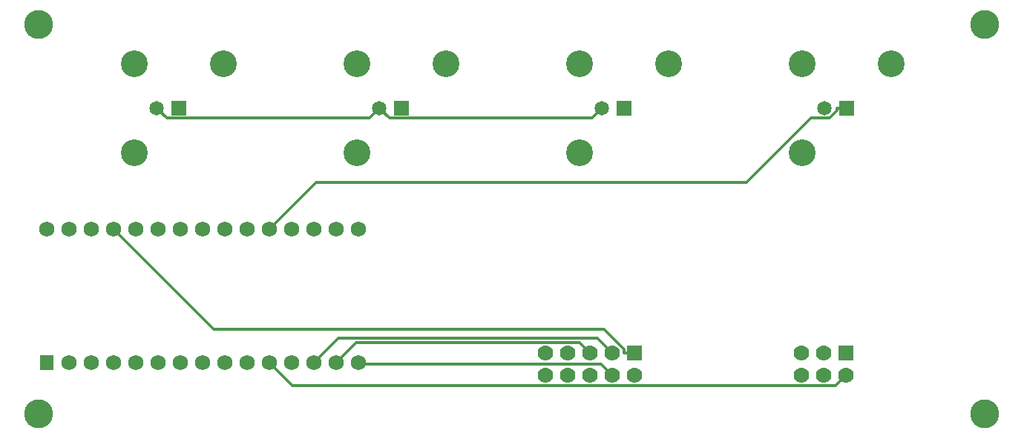
<source format=gbr>
G04 #@! TF.FileFunction,Copper,L1,Top,Signal*
%FSLAX46Y46*%
G04 Gerber Fmt 4.6, Leading zero omitted, Abs format (unit mm)*
G04 Created by KiCad (PCBNEW 4.0.7-e2-6376~58~ubuntu16.04.1) date Wed Jan 10 15:28:01 2018*
%MOMM*%
%LPD*%
G01*
G04 APERTURE LIST*
%ADD10C,0.100000*%
%ADD11R,1.778000X1.778000*%
%ADD12C,1.778000*%
%ADD13C,3.048000*%
%ADD14R,1.651000X1.651000*%
%ADD15C,1.651000*%
%ADD16R,1.524000X1.752600*%
%ADD17C,1.752600*%
%ADD18C,3.302000*%
%ADD19C,0.304800*%
G04 APERTURE END LIST*
D10*
D11*
X121920000Y-91440000D03*
D12*
X121920000Y-93980000D03*
X119380000Y-91440000D03*
X119380000Y-93980000D03*
X116840000Y-91440000D03*
X116840000Y-93980000D03*
X114300000Y-91440000D03*
X114300000Y-93980000D03*
X111760000Y-91440000D03*
X111760000Y-93980000D03*
D11*
X146050000Y-91440000D03*
D12*
X146050000Y-93980000D03*
X143510000Y-91440000D03*
X143510000Y-93980000D03*
X140970000Y-91440000D03*
X140970000Y-93980000D03*
D13*
X64897000Y-58420000D03*
X75057000Y-58420000D03*
D14*
X69977000Y-63500000D03*
D15*
X67437000Y-63500000D03*
D13*
X64897000Y-68580000D03*
X90297000Y-58420000D03*
X100457000Y-58420000D03*
D14*
X95377000Y-63500000D03*
D15*
X92837000Y-63500000D03*
D13*
X90297000Y-68580000D03*
X115697000Y-58420000D03*
X125857000Y-58420000D03*
D14*
X120777000Y-63500000D03*
D15*
X118237000Y-63500000D03*
D13*
X115697000Y-68580000D03*
X141097000Y-58420000D03*
X151257000Y-58420000D03*
D14*
X146177000Y-63500000D03*
D15*
X143637000Y-63500000D03*
D13*
X141097000Y-68580000D03*
D16*
X54864000Y-92583000D03*
D17*
X57404000Y-92583000D03*
X59944000Y-92583000D03*
X62484000Y-92583000D03*
X65024000Y-92583000D03*
X67564000Y-92583000D03*
X70104000Y-92583000D03*
X72644000Y-92583000D03*
X75184000Y-92583000D03*
X77724000Y-92583000D03*
X80264000Y-92583000D03*
X82804000Y-92583000D03*
X85344000Y-92583000D03*
X87884000Y-92583000D03*
X90424000Y-92583000D03*
X90424000Y-77343000D03*
X87884000Y-77343000D03*
X85344000Y-77343000D03*
X82804000Y-77343000D03*
X80264000Y-77343000D03*
X77724000Y-77343000D03*
X75184000Y-77343000D03*
X72644000Y-77343000D03*
X70104000Y-77343000D03*
X67564000Y-77343000D03*
X65024000Y-77343000D03*
X62484000Y-77343000D03*
X59944000Y-77343000D03*
X57404000Y-77343000D03*
X54864000Y-77343000D03*
D18*
X53975000Y-53975000D03*
X161925000Y-53975000D03*
X53975000Y-98425000D03*
X161925000Y-98425000D03*
D19*
X120725900Y-91066800D02*
X120725900Y-91440000D01*
X118431600Y-88772500D02*
X120725900Y-91066800D01*
X73913500Y-88772500D02*
X118431600Y-88772500D01*
X62484000Y-77343000D02*
X73913500Y-88772500D01*
X121920000Y-91440000D02*
X120725900Y-91440000D01*
X68567700Y-64630700D02*
X67437000Y-63500000D01*
X91706300Y-64630700D02*
X68567700Y-64630700D01*
X92837000Y-63500000D02*
X91706300Y-64630700D01*
X117106400Y-64630600D02*
X118237000Y-63500000D01*
X93967600Y-64630600D02*
X117106400Y-64630600D01*
X92837000Y-63500000D02*
X93967600Y-64630600D01*
X117728400Y-89788400D02*
X119380000Y-91440000D01*
X88138600Y-89788400D02*
X117728400Y-89788400D01*
X85344000Y-92583000D02*
X88138600Y-89788400D01*
X118110000Y-92710000D02*
X119380000Y-93980000D01*
X90551000Y-92710000D02*
X118110000Y-92710000D01*
X90424000Y-92583000D02*
X90551000Y-92710000D01*
X115645900Y-90245900D02*
X116840000Y-91440000D01*
X90221100Y-90245900D02*
X115645900Y-90245900D01*
X87884000Y-92583000D02*
X90221100Y-90245900D01*
X144852600Y-95177400D02*
X146050000Y-93980000D01*
X82858400Y-95177400D02*
X144852600Y-95177400D01*
X80264000Y-92583000D02*
X82858400Y-95177400D01*
X145046400Y-63782800D02*
X145046400Y-63500000D01*
X144198600Y-64630600D02*
X145046400Y-63782800D01*
X142093100Y-64630600D02*
X144198600Y-64630600D01*
X134718700Y-72005000D02*
X142093100Y-64630600D01*
X85602000Y-72005000D02*
X134718700Y-72005000D01*
X80264000Y-77343000D02*
X85602000Y-72005000D01*
X146177000Y-63500000D02*
X145046400Y-63500000D01*
M02*

</source>
